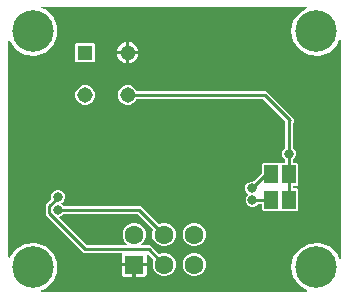
<source format=gbr>
G04 EAGLE Gerber RS-274X export*
G75*
%MOMM*%
%FSLAX34Y34*%
%LPD*%
%INBottom Copper*%
%IPPOS*%
%AMOC8*
5,1,8,0,0,1.08239X$1,22.5*%
G01*
%ADD10R,1.168400X1.600200*%
%ADD11R,1.605000X1.605000*%
%ADD12C,1.605000*%
%ADD13R,1.308000X1.308000*%
%ADD14C,1.308000*%
%ADD15C,3.516000*%
%ADD16C,0.800100*%
%ADD17C,0.254000*%

G36*
X231802Y-20754D02*
X231802Y-20754D01*
X231850Y-20755D01*
X231923Y-20734D01*
X231998Y-20722D01*
X232040Y-20699D01*
X232086Y-20685D01*
X232148Y-20642D01*
X232215Y-20606D01*
X232248Y-20572D01*
X232288Y-20544D01*
X232332Y-20483D01*
X232385Y-20428D01*
X232405Y-20385D01*
X232433Y-20346D01*
X232456Y-20274D01*
X232488Y-20205D01*
X232494Y-20157D01*
X232508Y-20112D01*
X232507Y-20036D01*
X232515Y-19961D01*
X232505Y-19914D01*
X232504Y-19866D01*
X232479Y-19794D01*
X232463Y-19720D01*
X232439Y-19679D01*
X232423Y-19634D01*
X232376Y-19574D01*
X232337Y-19509D01*
X232301Y-19478D01*
X232271Y-19440D01*
X232167Y-19364D01*
X232150Y-19349D01*
X232144Y-19347D01*
X232136Y-19341D01*
X225852Y-15713D01*
X220684Y-8600D01*
X218856Y0D01*
X220684Y8600D01*
X225852Y15713D01*
X233466Y20109D01*
X242210Y21028D01*
X250572Y18311D01*
X257106Y12428D01*
X259305Y7489D01*
X259353Y7416D01*
X259394Y7339D01*
X259420Y7314D01*
X259440Y7283D01*
X259509Y7229D01*
X259572Y7169D01*
X259605Y7154D01*
X259633Y7132D01*
X259716Y7102D01*
X259795Y7066D01*
X259831Y7062D01*
X259865Y7050D01*
X259953Y7048D01*
X260039Y7038D01*
X260075Y7046D01*
X260111Y7046D01*
X260194Y7072D01*
X260280Y7091D01*
X260311Y7109D01*
X260345Y7120D01*
X260416Y7172D01*
X260491Y7217D01*
X260514Y7244D01*
X260544Y7266D01*
X260594Y7337D01*
X260651Y7404D01*
X260664Y7437D01*
X260685Y7467D01*
X260710Y7551D01*
X260743Y7632D01*
X260748Y7678D01*
X260755Y7703D01*
X260754Y7734D01*
X260761Y7799D01*
X260761Y192201D01*
X260747Y192288D01*
X260741Y192375D01*
X260727Y192408D01*
X260722Y192444D01*
X260681Y192521D01*
X260647Y192602D01*
X260623Y192630D01*
X260606Y192661D01*
X260543Y192722D01*
X260485Y192788D01*
X260454Y192806D01*
X260428Y192831D01*
X260349Y192868D01*
X260273Y192912D01*
X260238Y192919D01*
X260205Y192934D01*
X260118Y192944D01*
X260032Y192962D01*
X259996Y192958D01*
X259961Y192962D01*
X259875Y192943D01*
X259788Y192932D01*
X259756Y192917D01*
X259720Y192909D01*
X259645Y192864D01*
X259566Y192827D01*
X259540Y192802D01*
X259509Y192783D01*
X259452Y192717D01*
X259389Y192656D01*
X259366Y192616D01*
X259349Y192596D01*
X259337Y192567D01*
X259305Y192511D01*
X257106Y187572D01*
X250572Y181689D01*
X242210Y178972D01*
X233466Y179891D01*
X225852Y184287D01*
X220684Y191400D01*
X218856Y200000D01*
X220684Y208600D01*
X225852Y215713D01*
X232136Y219341D01*
X232173Y219371D01*
X232215Y219394D01*
X232267Y219449D01*
X232326Y219497D01*
X232352Y219537D01*
X232385Y219572D01*
X232417Y219641D01*
X232457Y219705D01*
X232468Y219752D01*
X232488Y219795D01*
X232497Y219870D01*
X232514Y219944D01*
X232510Y219992D01*
X232515Y220039D01*
X232499Y220114D01*
X232493Y220189D01*
X232473Y220233D01*
X232463Y220280D01*
X232424Y220345D01*
X232394Y220414D01*
X232362Y220450D01*
X232337Y220491D01*
X232279Y220540D01*
X232228Y220596D01*
X232187Y220620D01*
X232150Y220651D01*
X232080Y220679D01*
X232014Y220716D01*
X231966Y220725D01*
X231922Y220743D01*
X231794Y220757D01*
X231772Y220761D01*
X231765Y220760D01*
X231755Y220761D01*
X7837Y220761D01*
X7833Y220761D01*
X7829Y220761D01*
X7710Y220740D01*
X7594Y220722D01*
X7591Y220720D01*
X7587Y220719D01*
X7480Y220661D01*
X7377Y220606D01*
X7374Y220604D01*
X7371Y220602D01*
X7288Y220513D01*
X7208Y220428D01*
X7206Y220424D01*
X7203Y220422D01*
X7154Y220312D01*
X7104Y220205D01*
X7104Y220201D01*
X7102Y220197D01*
X7090Y220078D01*
X7077Y219961D01*
X7078Y219957D01*
X7077Y219953D01*
X7104Y219836D01*
X7129Y219720D01*
X7131Y219717D01*
X7132Y219713D01*
X7194Y219611D01*
X7255Y219509D01*
X7258Y219507D01*
X7260Y219503D01*
X7352Y219426D01*
X7442Y219349D01*
X7446Y219348D01*
X7449Y219345D01*
X7602Y219276D01*
X10572Y218311D01*
X17106Y212428D01*
X20682Y204396D01*
X20682Y195604D01*
X17106Y187572D01*
X10572Y181689D01*
X2210Y178972D01*
X-6534Y179891D01*
X-14148Y184287D01*
X-19384Y191494D01*
X-19390Y191500D01*
X-19394Y191507D01*
X-19477Y191586D01*
X-19559Y191667D01*
X-19566Y191671D01*
X-19572Y191676D01*
X-19677Y191725D01*
X-19780Y191775D01*
X-19788Y191776D01*
X-19795Y191780D01*
X-19909Y191793D01*
X-20024Y191808D01*
X-20032Y191806D01*
X-20039Y191807D01*
X-20152Y191783D01*
X-20265Y191760D01*
X-20272Y191756D01*
X-20280Y191755D01*
X-20378Y191696D01*
X-20479Y191639D01*
X-20484Y191633D01*
X-20491Y191629D01*
X-20566Y191541D01*
X-20643Y191455D01*
X-20646Y191448D01*
X-20651Y191442D01*
X-20694Y191334D01*
X-20739Y191229D01*
X-20740Y191221D01*
X-20743Y191213D01*
X-20761Y191047D01*
X-20761Y8953D01*
X-20760Y8945D01*
X-20761Y8937D01*
X-20740Y8824D01*
X-20722Y8711D01*
X-20718Y8703D01*
X-20716Y8696D01*
X-20660Y8594D01*
X-20606Y8493D01*
X-20601Y8488D01*
X-20597Y8481D01*
X-20511Y8403D01*
X-20428Y8324D01*
X-20421Y8320D01*
X-20415Y8315D01*
X-20310Y8269D01*
X-20205Y8220D01*
X-20197Y8219D01*
X-20190Y8216D01*
X-20075Y8206D01*
X-19961Y8193D01*
X-19953Y8195D01*
X-19945Y8194D01*
X-19833Y8221D01*
X-19720Y8245D01*
X-19713Y8249D01*
X-19706Y8251D01*
X-19608Y8312D01*
X-19509Y8371D01*
X-19504Y8378D01*
X-19497Y8382D01*
X-19384Y8506D01*
X-14148Y15713D01*
X-6534Y20109D01*
X2210Y21028D01*
X10572Y18311D01*
X17106Y12428D01*
X20682Y4396D01*
X20682Y-4396D01*
X17106Y-12428D01*
X10572Y-18311D01*
X7602Y-19276D01*
X7598Y-19278D01*
X7594Y-19279D01*
X7490Y-19334D01*
X7383Y-19389D01*
X7380Y-19392D01*
X7377Y-19394D01*
X7295Y-19480D01*
X7212Y-19565D01*
X7210Y-19569D01*
X7208Y-19572D01*
X7157Y-19680D01*
X7106Y-19787D01*
X7106Y-19791D01*
X7104Y-19795D01*
X7091Y-19913D01*
X7076Y-20032D01*
X7077Y-20036D01*
X7077Y-20039D01*
X7102Y-20157D01*
X7126Y-20272D01*
X7128Y-20276D01*
X7129Y-20280D01*
X7190Y-20382D01*
X7250Y-20485D01*
X7253Y-20488D01*
X7255Y-20491D01*
X7346Y-20568D01*
X7435Y-20647D01*
X7439Y-20648D01*
X7442Y-20651D01*
X7555Y-20696D01*
X7663Y-20741D01*
X7667Y-20741D01*
X7670Y-20743D01*
X7837Y-20761D01*
X231755Y-20761D01*
X231802Y-20754D01*
G37*
%LPC*%
G36*
X195351Y47370D02*
X195351Y47370D01*
X194309Y48412D01*
X194309Y53086D01*
X194306Y53103D01*
X194308Y53119D01*
X194308Y53122D01*
X194308Y53125D01*
X194286Y53227D01*
X194270Y53329D01*
X194260Y53346D01*
X194256Y53366D01*
X194203Y53455D01*
X194154Y53546D01*
X194140Y53560D01*
X194130Y53577D01*
X194051Y53644D01*
X193976Y53716D01*
X193958Y53724D01*
X193943Y53737D01*
X193847Y53776D01*
X193753Y53819D01*
X193733Y53821D01*
X193715Y53829D01*
X193548Y53847D01*
X191431Y53847D01*
X191341Y53833D01*
X191250Y53825D01*
X191220Y53813D01*
X191188Y53808D01*
X191108Y53765D01*
X191024Y53729D01*
X190992Y53703D01*
X190971Y53692D01*
X190966Y53687D01*
X190965Y53686D01*
X190948Y53668D01*
X190893Y53624D01*
X189202Y51933D01*
X187078Y51053D01*
X184778Y51053D01*
X182654Y51933D01*
X181029Y53559D01*
X180149Y55683D01*
X180149Y57982D01*
X181029Y60106D01*
X182112Y61190D01*
X182124Y61206D01*
X182140Y61219D01*
X182196Y61306D01*
X182256Y61390D01*
X182262Y61409D01*
X182273Y61426D01*
X182298Y61526D01*
X182328Y61625D01*
X182328Y61645D01*
X182333Y61664D01*
X182325Y61767D01*
X182322Y61871D01*
X182315Y61890D01*
X182314Y61909D01*
X182273Y62004D01*
X182238Y62102D01*
X182225Y62117D01*
X182217Y62136D01*
X182112Y62267D01*
X180775Y63604D01*
X179895Y65729D01*
X179895Y68028D01*
X180775Y70152D01*
X182400Y71778D01*
X184524Y72657D01*
X186467Y72657D01*
X186557Y72672D01*
X186648Y72679D01*
X186678Y72692D01*
X186710Y72697D01*
X186791Y72740D01*
X186874Y72776D01*
X186907Y72801D01*
X186927Y72812D01*
X186949Y72836D01*
X187005Y72880D01*
X194086Y79961D01*
X194130Y80023D01*
X194163Y80057D01*
X194169Y80070D01*
X194199Y80105D01*
X194211Y80135D01*
X194230Y80161D01*
X194257Y80248D01*
X194291Y80333D01*
X194295Y80374D01*
X194302Y80396D01*
X194301Y80428D01*
X194309Y80500D01*
X194309Y87478D01*
X195351Y88520D01*
X208509Y88520D01*
X209012Y88017D01*
X209028Y88005D01*
X209040Y87990D01*
X209128Y87934D01*
X209211Y87873D01*
X209230Y87867D01*
X209247Y87857D01*
X209348Y87831D01*
X209447Y87801D01*
X209466Y87801D01*
X209486Y87797D01*
X209589Y87805D01*
X209692Y87807D01*
X209711Y87814D01*
X209731Y87816D01*
X209826Y87856D01*
X209923Y87892D01*
X209939Y87904D01*
X209957Y87912D01*
X210088Y88017D01*
X210591Y88520D01*
X213043Y88520D01*
X213062Y88523D01*
X213082Y88521D01*
X213183Y88543D01*
X213285Y88559D01*
X213303Y88569D01*
X213322Y88573D01*
X213411Y88626D01*
X213503Y88675D01*
X213516Y88689D01*
X213533Y88699D01*
X213601Y88778D01*
X213672Y88853D01*
X213680Y88871D01*
X213693Y88886D01*
X213732Y88982D01*
X213776Y89076D01*
X213778Y89096D01*
X213785Y89114D01*
X213804Y89281D01*
X213804Y91030D01*
X213789Y91120D01*
X213782Y91211D01*
X213769Y91240D01*
X213764Y91272D01*
X213721Y91353D01*
X213686Y91437D01*
X213660Y91469D01*
X213649Y91490D01*
X213626Y91512D01*
X213581Y91568D01*
X212207Y92941D01*
X211327Y95066D01*
X211327Y97365D01*
X212207Y99489D01*
X213581Y100863D01*
X213634Y100937D01*
X213693Y101006D01*
X213706Y101036D01*
X213724Y101062D01*
X213751Y101149D01*
X213785Y101234D01*
X213790Y101275D01*
X213797Y101297D01*
X213796Y101330D01*
X213804Y101401D01*
X213804Y123450D01*
X213789Y123540D01*
X213782Y123631D01*
X213769Y123661D01*
X213764Y123693D01*
X213721Y123773D01*
X213686Y123857D01*
X213660Y123889D01*
X213649Y123910D01*
X213626Y123932D01*
X213581Y123988D01*
X195265Y142304D01*
X195191Y142357D01*
X195121Y142417D01*
X195091Y142429D01*
X195065Y142448D01*
X194978Y142475D01*
X194893Y142509D01*
X194852Y142513D01*
X194830Y142520D01*
X194798Y142519D01*
X194726Y142527D01*
X88375Y142527D01*
X88260Y142508D01*
X88144Y142491D01*
X88138Y142489D01*
X88132Y142488D01*
X88029Y142433D01*
X87925Y142380D01*
X87920Y142375D01*
X87915Y142372D01*
X87835Y142288D01*
X87752Y142204D01*
X87749Y142198D01*
X87745Y142194D01*
X87737Y142177D01*
X87671Y142057D01*
X87282Y141118D01*
X84942Y138778D01*
X81885Y137511D01*
X78575Y137511D01*
X75518Y138778D01*
X73178Y141118D01*
X71911Y144175D01*
X71911Y147485D01*
X73178Y150542D01*
X75518Y152882D01*
X78575Y154149D01*
X81885Y154149D01*
X84942Y152882D01*
X87282Y150542D01*
X87671Y149603D01*
X87733Y149503D01*
X87793Y149403D01*
X87798Y149399D01*
X87801Y149394D01*
X87892Y149319D01*
X87980Y149243D01*
X87986Y149241D01*
X87991Y149237D01*
X88099Y149195D01*
X88208Y149151D01*
X88216Y149150D01*
X88220Y149149D01*
X88238Y149148D01*
X88375Y149133D01*
X197778Y149133D01*
X221120Y125790D01*
X221120Y123054D01*
X220632Y122566D01*
X220579Y122492D01*
X220520Y122422D01*
X220507Y122392D01*
X220489Y122366D01*
X220462Y122279D01*
X220428Y122194D01*
X220423Y122153D01*
X220416Y122131D01*
X220417Y122099D01*
X220409Y122027D01*
X220409Y101401D01*
X220424Y101311D01*
X220431Y101220D01*
X220444Y101190D01*
X220449Y101158D01*
X220492Y101077D01*
X220527Y100994D01*
X220553Y100961D01*
X220564Y100941D01*
X220587Y100919D01*
X220632Y100863D01*
X222006Y99489D01*
X222886Y97365D01*
X222886Y95066D01*
X222006Y92941D01*
X220632Y91568D01*
X220579Y91494D01*
X220520Y91424D01*
X220507Y91394D01*
X220489Y91368D01*
X220462Y91281D01*
X220428Y91196D01*
X220423Y91155D01*
X220416Y91133D01*
X220417Y91101D01*
X220409Y91030D01*
X220409Y89281D01*
X220412Y89261D01*
X220410Y89242D01*
X220432Y89140D01*
X220449Y89038D01*
X220458Y89021D01*
X220463Y89001D01*
X220516Y88912D01*
X220564Y88821D01*
X220578Y88807D01*
X220589Y88790D01*
X220667Y88723D01*
X220742Y88651D01*
X220760Y88643D01*
X220776Y88630D01*
X220872Y88591D01*
X220965Y88548D01*
X220985Y88546D01*
X221004Y88538D01*
X221170Y88520D01*
X223749Y88520D01*
X224791Y87478D01*
X224791Y70002D01*
X223749Y68960D01*
X221234Y68960D01*
X221214Y68957D01*
X221195Y68959D01*
X221093Y68937D01*
X220991Y68921D01*
X220974Y68911D01*
X220954Y68907D01*
X220865Y68854D01*
X220774Y68805D01*
X220760Y68791D01*
X220743Y68781D01*
X220676Y68702D01*
X220604Y68627D01*
X220596Y68609D01*
X220583Y68594D01*
X220544Y68498D01*
X220501Y68404D01*
X220499Y68384D01*
X220491Y68366D01*
X220473Y68199D01*
X220473Y67691D01*
X220476Y67671D01*
X220474Y67652D01*
X220496Y67550D01*
X220512Y67448D01*
X220522Y67431D01*
X220526Y67411D01*
X220579Y67322D01*
X220628Y67231D01*
X220642Y67217D01*
X220652Y67200D01*
X220731Y67133D01*
X220806Y67061D01*
X220824Y67053D01*
X220839Y67040D01*
X220935Y67001D01*
X221029Y66958D01*
X221049Y66956D01*
X221067Y66948D01*
X221234Y66930D01*
X223749Y66930D01*
X224791Y65888D01*
X224791Y48412D01*
X223749Y47370D01*
X210591Y47370D01*
X210088Y47873D01*
X210072Y47885D01*
X210060Y47900D01*
X209972Y47956D01*
X209889Y48017D01*
X209870Y48023D01*
X209853Y48033D01*
X209752Y48059D01*
X209653Y48089D01*
X209634Y48089D01*
X209614Y48093D01*
X209511Y48085D01*
X209408Y48083D01*
X209389Y48076D01*
X209369Y48074D01*
X209274Y48034D01*
X209177Y47998D01*
X209161Y47986D01*
X209143Y47978D01*
X209012Y47873D01*
X208509Y47370D01*
X195351Y47370D01*
G37*
%LPD*%
%LPC*%
G36*
X109175Y-7467D02*
X109175Y-7467D01*
X105572Y-5974D01*
X102814Y-3217D01*
X101321Y387D01*
X101321Y4287D01*
X102059Y6068D01*
X102086Y6181D01*
X102114Y6295D01*
X102114Y6301D01*
X102115Y6307D01*
X102104Y6424D01*
X102095Y6540D01*
X102093Y6546D01*
X102092Y6552D01*
X102044Y6659D01*
X101999Y6766D01*
X101994Y6772D01*
X101992Y6777D01*
X101979Y6790D01*
X101894Y6897D01*
X97590Y11201D01*
X97532Y11243D01*
X97480Y11292D01*
X97433Y11314D01*
X97391Y11344D01*
X97322Y11365D01*
X97257Y11396D01*
X97205Y11401D01*
X97155Y11417D01*
X97084Y11415D01*
X97013Y11423D01*
X96962Y11412D01*
X96910Y11410D01*
X96842Y11386D01*
X96772Y11370D01*
X96728Y11344D01*
X96679Y11326D01*
X96623Y11281D01*
X96561Y11244D01*
X96527Y11205D01*
X96487Y11172D01*
X96448Y11112D01*
X96401Y11057D01*
X96382Y11009D01*
X96354Y10965D01*
X96336Y10896D01*
X96309Y10829D01*
X96301Y10758D01*
X96293Y10727D01*
X96295Y10703D01*
X96291Y10663D01*
X96291Y3860D01*
X86487Y3860D01*
X86467Y3857D01*
X86448Y3859D01*
X86346Y3837D01*
X86244Y3820D01*
X86227Y3811D01*
X86207Y3807D01*
X86118Y3754D01*
X86027Y3705D01*
X86013Y3691D01*
X85996Y3681D01*
X85929Y3602D01*
X85858Y3527D01*
X85849Y3509D01*
X85836Y3494D01*
X85798Y3397D01*
X85754Y3304D01*
X85752Y3284D01*
X85744Y3265D01*
X85726Y3099D01*
X85726Y2336D01*
X85724Y2336D01*
X85724Y3099D01*
X85721Y3118D01*
X85723Y3138D01*
X85701Y3239D01*
X85684Y3342D01*
X85675Y3359D01*
X85671Y3379D01*
X85618Y3468D01*
X85569Y3559D01*
X85555Y3573D01*
X85545Y3590D01*
X85466Y3657D01*
X85391Y3728D01*
X85373Y3737D01*
X85358Y3750D01*
X85262Y3788D01*
X85168Y3832D01*
X85148Y3834D01*
X85130Y3842D01*
X84963Y3860D01*
X75159Y3860D01*
X75159Y10696D01*
X75293Y11196D01*
X75305Y11315D01*
X75318Y11433D01*
X75317Y11437D01*
X75318Y11441D01*
X75291Y11556D01*
X75266Y11673D01*
X75264Y11677D01*
X75263Y11681D01*
X75201Y11782D01*
X75140Y11884D01*
X75137Y11887D01*
X75134Y11891D01*
X75043Y11967D01*
X74953Y12044D01*
X74949Y12046D01*
X74946Y12048D01*
X74836Y12091D01*
X74725Y12136D01*
X74720Y12137D01*
X74717Y12138D01*
X74703Y12139D01*
X74558Y12155D01*
X42980Y12155D01*
X10782Y44353D01*
X10782Y52929D01*
X15493Y57640D01*
X15561Y57735D01*
X15631Y57829D01*
X15633Y57835D01*
X15636Y57840D01*
X15671Y57951D01*
X15707Y58063D01*
X15707Y58069D01*
X15709Y58075D01*
X15706Y58192D01*
X15705Y58309D01*
X15703Y58316D01*
X15702Y58321D01*
X15696Y58338D01*
X15658Y58470D01*
X15608Y58591D01*
X15608Y60890D01*
X16487Y63015D01*
X18113Y64640D01*
X20237Y65520D01*
X22536Y65520D01*
X24661Y64640D01*
X26286Y63015D01*
X27166Y60890D01*
X27166Y58591D01*
X26286Y56467D01*
X24661Y54841D01*
X24614Y54822D01*
X24574Y54798D01*
X24531Y54782D01*
X24471Y54733D01*
X24404Y54692D01*
X24375Y54657D01*
X24339Y54628D01*
X24297Y54563D01*
X24248Y54503D01*
X24231Y54460D01*
X24206Y54421D01*
X24187Y54346D01*
X24159Y54273D01*
X24157Y54227D01*
X24146Y54183D01*
X24152Y54105D01*
X24149Y54028D01*
X24162Y53983D01*
X24165Y53938D01*
X24196Y53866D01*
X24218Y53791D01*
X24244Y53754D01*
X24262Y53711D01*
X24347Y53605D01*
X24358Y53589D01*
X24362Y53586D01*
X24367Y53580D01*
X25780Y52167D01*
X25854Y52114D01*
X25924Y52054D01*
X25954Y52042D01*
X25980Y52023D01*
X26067Y51996D01*
X26152Y51962D01*
X26193Y51958D01*
X26215Y51951D01*
X26247Y51952D01*
X26318Y51944D01*
X91589Y51944D01*
X93747Y49786D01*
X106565Y36968D01*
X106660Y36900D01*
X106753Y36830D01*
X106759Y36828D01*
X106764Y36824D01*
X106876Y36790D01*
X106987Y36754D01*
X106993Y36754D01*
X106999Y36752D01*
X107116Y36755D01*
X107233Y36756D01*
X107240Y36758D01*
X107245Y36758D01*
X107263Y36765D01*
X107394Y36803D01*
X109175Y37541D01*
X113075Y37541D01*
X116678Y36048D01*
X119436Y33290D01*
X120929Y29687D01*
X120929Y25787D01*
X119436Y22183D01*
X116678Y19426D01*
X113075Y17933D01*
X109175Y17933D01*
X105572Y19426D01*
X102814Y22183D01*
X102091Y23929D01*
X102029Y24029D01*
X101969Y24129D01*
X101964Y24133D01*
X101961Y24138D01*
X101870Y24213D01*
X101782Y24289D01*
X101776Y24291D01*
X101772Y24295D01*
X101663Y24337D01*
X101554Y24381D01*
X101546Y24382D01*
X101542Y24383D01*
X101524Y24384D01*
X101387Y24399D01*
X101185Y24399D01*
X100599Y24985D01*
X100599Y30895D01*
X101408Y31704D01*
X101417Y31715D01*
X101438Y31732D01*
X101466Y31776D01*
X101502Y31814D01*
X101528Y31871D01*
X101552Y31903D01*
X101556Y31915D01*
X101571Y31939D01*
X101584Y31990D01*
X101606Y32037D01*
X101613Y32101D01*
X101624Y32139D01*
X101624Y32150D01*
X101631Y32178D01*
X101627Y32230D01*
X101633Y32281D01*
X101619Y32345D01*
X101618Y32384D01*
X101614Y32395D01*
X101612Y32423D01*
X101592Y32471D01*
X101580Y32522D01*
X101548Y32577D01*
X101534Y32615D01*
X101526Y32625D01*
X101516Y32649D01*
X101471Y32705D01*
X101454Y32733D01*
X101437Y32748D01*
X101411Y32780D01*
X89076Y45115D01*
X89002Y45168D01*
X88932Y45228D01*
X88902Y45240D01*
X88876Y45259D01*
X88789Y45286D01*
X88704Y45320D01*
X88663Y45324D01*
X88641Y45331D01*
X88609Y45330D01*
X88537Y45338D01*
X26318Y45338D01*
X26228Y45324D01*
X26137Y45316D01*
X26108Y45304D01*
X26076Y45299D01*
X25995Y45256D01*
X25911Y45220D01*
X25879Y45194D01*
X25858Y45183D01*
X25836Y45160D01*
X25780Y45115D01*
X24407Y43742D01*
X22863Y43102D01*
X22824Y43078D01*
X22781Y43062D01*
X22720Y43014D01*
X22654Y42973D01*
X22624Y42937D01*
X22589Y42909D01*
X22547Y42843D01*
X22497Y42783D01*
X22480Y42740D01*
X22456Y42702D01*
X22437Y42626D01*
X22409Y42553D01*
X22407Y42508D01*
X22396Y42463D01*
X22402Y42386D01*
X22398Y42308D01*
X22411Y42264D01*
X22415Y42218D01*
X22445Y42146D01*
X22467Y42072D01*
X22493Y42034D01*
X22511Y41992D01*
X22596Y41885D01*
X22607Y41869D01*
X22611Y41866D01*
X22616Y41861D01*
X45493Y18983D01*
X45567Y18930D01*
X45637Y18870D01*
X45667Y18858D01*
X45693Y18839D01*
X45780Y18813D01*
X45865Y18779D01*
X45906Y18774D01*
X45928Y18767D01*
X45960Y18768D01*
X46032Y18760D01*
X78999Y18760D01*
X79070Y18772D01*
X79142Y18773D01*
X79191Y18791D01*
X79242Y18800D01*
X79305Y18833D01*
X79373Y18858D01*
X79413Y18890D01*
X79460Y18915D01*
X79509Y18967D01*
X79565Y19012D01*
X79593Y19055D01*
X79629Y19093D01*
X79659Y19158D01*
X79698Y19219D01*
X79711Y19269D01*
X79733Y19316D01*
X79740Y19388D01*
X79758Y19457D01*
X79754Y19509D01*
X79760Y19561D01*
X79744Y19631D01*
X79739Y19702D01*
X79718Y19750D01*
X79707Y19801D01*
X79671Y19863D01*
X79642Y19929D01*
X79598Y19985D01*
X79581Y20012D01*
X79563Y20027D01*
X79538Y20060D01*
X77414Y22183D01*
X75921Y25787D01*
X75921Y29687D01*
X77414Y33290D01*
X80172Y36048D01*
X83775Y37541D01*
X87675Y37541D01*
X91278Y36048D01*
X94036Y33290D01*
X95529Y29687D01*
X95529Y25787D01*
X94036Y22183D01*
X91912Y20060D01*
X91870Y20001D01*
X91821Y19949D01*
X91799Y19902D01*
X91769Y19860D01*
X91748Y19791D01*
X91717Y19726D01*
X91712Y19675D01*
X91696Y19625D01*
X91698Y19553D01*
X91690Y19482D01*
X91701Y19431D01*
X91703Y19379D01*
X91727Y19312D01*
X91743Y19241D01*
X91769Y19197D01*
X91787Y19148D01*
X91832Y19092D01*
X91869Y19030D01*
X91908Y18997D01*
X91941Y18956D01*
X92001Y18917D01*
X92056Y18870D01*
X92104Y18851D01*
X92148Y18823D01*
X92217Y18805D01*
X92284Y18779D01*
X92355Y18771D01*
X92386Y18763D01*
X92410Y18765D01*
X92451Y18760D01*
X99373Y18760D01*
X101530Y16602D01*
X106565Y11568D01*
X106660Y11499D01*
X106753Y11430D01*
X106759Y11428D01*
X106764Y11424D01*
X106876Y11390D01*
X106987Y11354D01*
X106993Y11354D01*
X106999Y11352D01*
X107116Y11355D01*
X107233Y11356D01*
X107240Y11358D01*
X107245Y11358D01*
X107263Y11365D01*
X107394Y11403D01*
X109175Y12141D01*
X113075Y12141D01*
X116678Y10648D01*
X119436Y7890D01*
X120929Y4287D01*
X120929Y387D01*
X119436Y-3217D01*
X116678Y-5974D01*
X113075Y-7467D01*
X109175Y-7467D01*
G37*
%LPD*%
%LPC*%
G36*
X134575Y17933D02*
X134575Y17933D01*
X130972Y19426D01*
X128214Y22183D01*
X126721Y25787D01*
X126721Y29687D01*
X128214Y33290D01*
X130972Y36048D01*
X134575Y37541D01*
X138475Y37541D01*
X142078Y36048D01*
X144836Y33290D01*
X146329Y29687D01*
X146329Y25787D01*
X144836Y22183D01*
X142078Y19426D01*
X138475Y17933D01*
X134575Y17933D01*
G37*
%LPD*%
%LPC*%
G36*
X134575Y-7467D02*
X134575Y-7467D01*
X130972Y-5974D01*
X128214Y-3217D01*
X126721Y387D01*
X126721Y4287D01*
X128214Y7890D01*
X130972Y10648D01*
X134575Y12141D01*
X138475Y12141D01*
X142078Y10648D01*
X144836Y7890D01*
X146329Y4287D01*
X146329Y387D01*
X144836Y-3217D01*
X142078Y-5974D01*
X138475Y-7467D01*
X134575Y-7467D01*
G37*
%LPD*%
%LPC*%
G36*
X36953Y173511D02*
X36953Y173511D01*
X35911Y174553D01*
X35911Y189107D01*
X36953Y190149D01*
X51507Y190149D01*
X52549Y189107D01*
X52549Y174553D01*
X51507Y173511D01*
X36953Y173511D01*
G37*
%LPD*%
%LPC*%
G36*
X42575Y137511D02*
X42575Y137511D01*
X39518Y138778D01*
X37178Y141118D01*
X35911Y144175D01*
X35911Y147485D01*
X37178Y150542D01*
X39518Y152882D01*
X42575Y154149D01*
X45885Y154149D01*
X48942Y152882D01*
X51282Y150542D01*
X52549Y147485D01*
X52549Y144175D01*
X51282Y141118D01*
X48942Y138778D01*
X45885Y137511D01*
X42575Y137511D01*
G37*
%LPD*%
%LPC*%
G36*
X87248Y-8229D02*
X87248Y-8229D01*
X87248Y814D01*
X96291Y814D01*
X96291Y-6023D01*
X96118Y-6669D01*
X95783Y-7248D01*
X95310Y-7721D01*
X94731Y-8056D01*
X94084Y-8229D01*
X87248Y-8229D01*
G37*
%LPD*%
%LPC*%
G36*
X77366Y-8229D02*
X77366Y-8229D01*
X76719Y-8056D01*
X76140Y-7721D01*
X75667Y-7248D01*
X75332Y-6669D01*
X75159Y-6023D01*
X75159Y814D01*
X84202Y814D01*
X84202Y-8229D01*
X77366Y-8229D01*
G37*
%LPD*%
%LPC*%
G36*
X81753Y183353D02*
X81753Y183353D01*
X81753Y190786D01*
X82879Y190562D01*
X84531Y189877D01*
X86019Y188883D01*
X87283Y187619D01*
X88277Y186131D01*
X88962Y184479D01*
X89186Y183353D01*
X81753Y183353D01*
G37*
%LPD*%
%LPC*%
G36*
X81753Y180307D02*
X81753Y180307D01*
X89186Y180307D01*
X88962Y179181D01*
X88277Y177529D01*
X87283Y176041D01*
X86019Y174777D01*
X84531Y173783D01*
X82879Y173098D01*
X81753Y172874D01*
X81753Y180307D01*
G37*
%LPD*%
%LPC*%
G36*
X71274Y183353D02*
X71274Y183353D01*
X71498Y184479D01*
X72183Y186131D01*
X73177Y187619D01*
X74441Y188883D01*
X75929Y189877D01*
X77581Y190562D01*
X78707Y190786D01*
X78707Y183353D01*
X71274Y183353D01*
G37*
%LPD*%
%LPC*%
G36*
X77581Y173098D02*
X77581Y173098D01*
X75929Y173783D01*
X74441Y174777D01*
X73177Y176041D01*
X72183Y177529D01*
X71498Y179181D01*
X71274Y180307D01*
X78707Y180307D01*
X78707Y172874D01*
X77581Y173098D01*
G37*
%LPD*%
%LPC*%
G36*
X80229Y181829D02*
X80229Y181829D01*
X80229Y181831D01*
X80231Y181831D01*
X80231Y181829D01*
X80229Y181829D01*
G37*
%LPD*%
D10*
X217170Y57150D03*
X201930Y57150D03*
X217170Y78740D03*
X201930Y78740D03*
D11*
X85725Y2337D03*
D12*
X85725Y27737D03*
X111125Y2337D03*
X111125Y27737D03*
X136525Y2337D03*
X136525Y27737D03*
D13*
X44230Y181830D03*
D14*
X44230Y145830D03*
X80230Y145830D03*
X80230Y181830D03*
D15*
X0Y0D03*
X240000Y0D03*
X0Y200000D03*
X240000Y200000D03*
D16*
X217107Y96215D03*
D17*
X217107Y78804D01*
X217107Y96215D02*
X217107Y123711D01*
X217818Y124422D01*
X217818Y124422D01*
X196410Y145830D01*
X80230Y145830D01*
X217170Y78740D02*
X217170Y57150D01*
X217170Y78740D02*
X217107Y78804D01*
D16*
X71311Y60274D03*
X48070Y91986D03*
D17*
X53873Y77711D02*
X71311Y60274D01*
X53873Y77711D02*
X53873Y88290D01*
X50178Y91986D01*
X48070Y91986D01*
D16*
X120167Y96749D03*
X145390Y58966D03*
D17*
X145390Y91427D01*
X140068Y96749D02*
X120167Y96749D01*
X140068Y96749D02*
X145390Y91427D01*
D16*
X185674Y66878D03*
D17*
X197536Y78740D02*
X201930Y78740D01*
X197536Y78740D02*
X185674Y66878D01*
D16*
X185928Y56833D03*
D17*
X186246Y57150D02*
X201930Y57150D01*
X186246Y57150D02*
X185928Y56833D01*
D16*
X21387Y59741D03*
D17*
X14084Y51561D02*
X14084Y45721D01*
X98005Y15457D02*
X111125Y2337D01*
X98005Y15457D02*
X44348Y15457D01*
X14084Y45721D01*
X14084Y51561D02*
X21387Y58863D01*
X21387Y59741D01*
D16*
X21133Y48641D03*
D17*
X90221Y48641D02*
X111125Y27737D01*
X90221Y48641D02*
X21133Y48641D01*
M02*

</source>
